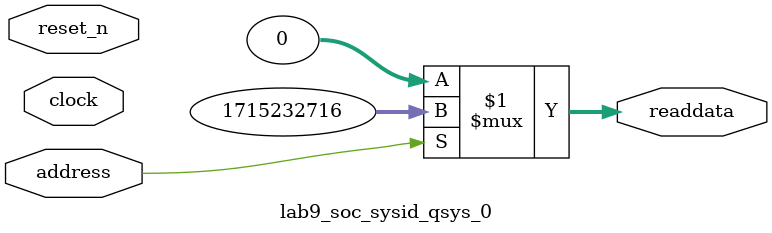
<source format=v>



// synthesis translate_off
`timescale 1ns / 1ps
// synthesis translate_on

// turn off superfluous verilog processor warnings 
// altera message_level Level1 
// altera message_off 10034 10035 10036 10037 10230 10240 10030 

module lab9_soc_sysid_qsys_0 (
               // inputs:
                address,
                clock,
                reset_n,

               // outputs:
                readdata
             )
;

  output  [ 31: 0] readdata;
  input            address;
  input            clock;
  input            reset_n;

  wire    [ 31: 0] readdata;
  //control_slave, which is an e_avalon_slave
  assign readdata = address ? 1715232716 : 0;

endmodule



</source>
